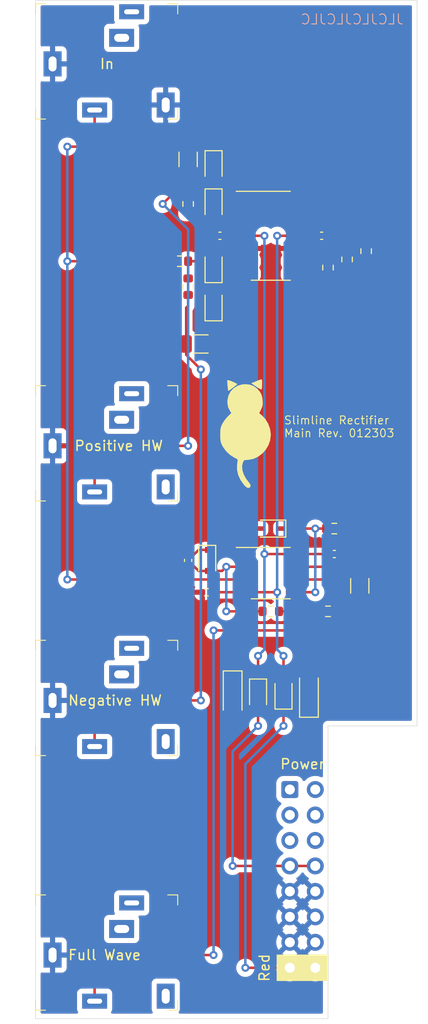
<source format=kicad_pcb>
(kicad_pcb (version 20211014) (generator pcbnew)
  (layers (0 "F.Cu" signal) (31 "B.Cu" signal) (34 "B.Paste" user) (35 "F.Paste" user) (36 "B.SilkS" user "B.Silkscreen") (37 "F.SilkS" user "F.Silkscreen") (38 "B.Mask" user) (39 "F.Mask" user) (44 "Edge.Cuts" user))
  (net 0 "")
  (net 1 "+12V")
  (net 2 "GND")
  (net 3 "-12V")
  (net 4 "Net-(C1-Pad1)")
  (net 5 "Net-(C1-Pad2)")
  (net 6 "Net-(D2-Pad1)")
  (net 7 "Net-(D3-Pad1)")
  (net 8 "Net-(D3-Pad2)")
  (net 9 "Net-(D4-Pad1)")
  (net 10 "Net-(D5-Pad2)")
  (net 11 "Net-(D6-Pad1)")
  (net 12 "Net-(J1-PadT)")
  (net 13 "Net-(J2-PadT)")
  (net 14 "Net-(J3-PadT)")
  (net 15 "Net-(J4-PadT)")
  (net 16 "Net-(D5-Pad1)")
  (net 17 "Net-(D7-Pad2)")
  (net 18 "Net-(D8-Pad1)")
  (net 19 "Net-(R1-Pad2)")
  (net 20 "Net-(R3-Pad1)")
  (net 21 "Net-(R10-Pad2)")
  (net 22 "Net-(R9-Pad2)")
  (footprint "Capacitor_SMD:C_0402_1005Metric" (layer "F.Cu") (at 28.575 23.495)
    (fp_text reference "C7" hide)
    (fp_text value "100n" hide)
    (fp_line (start -0.107836 0.36) (end 0.107836 0.36) (layer "F.SilkS") (width 0.12))
    (fp_line (start -0.107836 -0.36) (end 0.107836 -0.36) (layer "F.SilkS") (width 0.12))
    (pad "1" smd roundrect (at -0.48 0) (size 0.56 0.62) (layers "F.Cu" "F.Paste" "F.Mask") (net 3 "-12V"))
    (pad "2" smd roundrect (at 0.48 0) (size 0.56 0.62) (layers "F.Cu" "F.Paste" "F.Mask") (net 2 "GND"))
  )
  (footprint "Resistor_SMD:R_0603_1608Metric" (layer "F.Cu") (at 29.845 52.705 180)
    (fp_text reference "R4" hide)
    (fp_text value "100k" hide)
    (fp_line (start -0.237258 0.5225) (end 0.237258 0.5225) (layer "F.SilkS") (width 0.12))
    (fp_line (start -0.237258 -0.5225) (end 0.237258 -0.5225) (layer "F.SilkS") (width 0.12))
    (pad "1" smd roundrect (at -0.825 0 180) (size 0.8 0.95) (layers "F.Cu" "F.Paste" "F.Mask") (net 2 "GND"))
    (pad "2" smd roundrect (at 0.825 0 180) (size 0.8 0.95) (layers "F.Cu" "F.Paste" "F.Mask") (net 6 "Net-(D2-Pad1)"))
  )
  (footprint "Diode_SMD:D_SOD-323" (layer "F.Cu") (at 24.765 69.215 90)
    (fp_text reference "D8" hide)
    (fp_text value "1N5819WS" hide)
    (fp_line (start -1.5 -0.85) (end -1.5 0.85) (layer "F.SilkS") (width 0.12))
    (fp_line (start -1.5 -0.85) (end 1.05 -0.85) (layer "F.SilkS") (width 0.12))
    (fp_line (start -1.5 0.85) (end 1.05 0.85) (layer "F.SilkS") (width 0.12))
    (pad "1" smd rect (at -1.05 0 90) (size 0.6 0.45) (layers "F.Cu" "F.Paste" "F.Mask") (net 18 "Net-(D8-Pad1)"))
    (pad "2" smd rect (at 1.05 0 90) (size 0.6 0.45) (layers "F.Cu" "F.Paste" "F.Mask") (net 3 "-12V"))
  )
  (footprint "Resistor_SMD:R_1206_3216Metric" (layer "F.Cu") (at 16.51 34.29 180)
    (fp_text reference "R7" hide)
    (fp_text value "1k" hide)
    (fp_line (start -0.727064 0.91) (end 0.727064 0.91) (layer "F.SilkS") (width 0.12))
    (fp_line (start -0.727064 -0.91) (end 0.727064 -0.91) (layer "F.SilkS") (width 0.12))
    (pad "1" smd roundrect (at -1.4625 0 180) (size 1.125 1.75) (layers "F.Cu" "F.Paste" "F.Mask") (roundrect_rratio 0.2222222222) (net 9 "Net-(D4-Pad1)"))
    (pad "2" smd roundrect (at 1.4625 0 180) (size 1.125 1.75) (layers "F.Cu" "F.Paste" "F.Mask") (roundrect_rratio 0.2222222222) (net 13 "Net-(J2-PadT)"))
  )
  (footprint "Resistor_SMD:R_1206_3216Metric" (layer "F.Cu") (at 32.385 58.42 -90)
    (fp_text reference "R3" hide)
    (fp_text value "1k" hide)
    (fp_line (start -0.727064 0.91) (end 0.727064 0.91) (layer "F.SilkS") (width 0.12))
    (fp_line (start -0.727064 -0.91) (end 0.727064 -0.91) (layer "F.SilkS") (width 0.12))
    (pad "1" smd roundrect (at -1.4625 0 270) (size 1.125 1.75) (layers "F.Cu" "F.Paste" "F.Mask") (roundrect_rratio 0.2222222222) (net 20 "Net-(R3-Pad1)"))
    (pad "2" smd roundrect (at 1.4625 0 270) (size 1.125 1.75) (layers "F.Cu" "F.Paste" "F.Mask") (roundrect_rratio 0.2222222222) (net 12 "Net-(J1-PadT)"))
  )
  (footprint "Resistor_SMD:R_0603_1608Metric" (layer "F.Cu") (at 31.115 25.8572 90)
    (fp_text reference "R11" hide)
    (fp_text value "100k" hide)
    (fp_line (start -0.237258 0.5225) (end 0.237258 0.5225) (layer "F.SilkS") (width 0.12))
    (fp_line (start -0.237258 -0.5225) (end 0.237258 -0.5225) (layer "F.SilkS") (width 0.12))
    (pad "1" smd roundrect (at -0.825 0 90) (size 0.8 0.95) (layers "F.Cu" "F.Paste" "F.Mask") (net 22 "Net-(R9-Pad2)"))
    (pad "2" smd roundrect (at 0.825 0 90) (size 0.8 0.95) (layers "F.Cu" "F.Paste" "F.Mask") (net 10 "Net-(D5-Pad2)"))
  )
  (footprint "Diode_SMD:D_SOD-323" (layer "F.Cu") (at 23.495 52.705 180)
    (fp_text reference "D2" hide)
    (fp_text value "1N4148WS" hide)
    (fp_line (start -1.5 -0.85) (end 1.05 -0.85) (layer "F.SilkS") (width 0.12))
    (fp_line (start -1.5 0.85) (end 1.05 0.85) (layer "F.SilkS") (width 0.12))
    (fp_line (start -1.5 -0.85) (end -1.5 0.85) (layer "F.SilkS") (width 0.12))
    (pad "1" smd rect (at -1.05 0 180) (size 0.6 0.45) (layers "F.Cu" "F.Paste" "F.Mask") (net 6 "Net-(D2-Pad1)"))
    (pad "2" smd rect (at 1.05 0 180) (size 0.6 0.45) (layers "F.Cu" "F.Paste" "F.Mask") (net 5 "Net-(C1-Pad2)"))
  )
  (footprint "Resistor_SMD:R_0603_1608Metric" (layer "F.Cu") (at 23.495 60.96)
    (fp_text reference "R1" hide)
    (fp_text value "100k" hide)
    (fp_line (start -0.237258 -0.5225) (end 0.237258 -0.5225) (layer "F.SilkS") (width 0.12))
    (fp_line (start -0.237258 0.5225) (end 0.237258 0.5225) (layer "F.SilkS") (width 0.12))
    (pad "1" smd roundrect (at -0.825 0) (size 0.8 0.95) (layers "F.Cu" "F.Paste" "F.Mask") (net 4 "Net-(C1-Pad1)"))
    (pad "2" smd roundrect (at 0.825 0) (size 0.8 0.95) (layers "F.Cu" "F.Paste" "F.Mask") (net 19 "Net-(R1-Pad2)"))
  )
  (footprint "Resistor_SMD:R_0603_1608Metric" (layer "F.Cu") (at 29.21 26.67 -90)
    (fp_text reference "R9" hide)
    (fp_text value "100k" hide)
    (fp_line (start -0.237258 -0.5225) (end 0.237258 -0.5225) (layer "F.SilkS") (width 0.12))
    (fp_line (start -0.237258 0.5225) (end 0.237258 0.5225) (layer "F.SilkS") (width 0.12))
    (pad "1" smd roundrect (at -0.825 0 270) (size 0.8 0.95) (layers "F.Cu" "F.Paste" "F.Mask") (net 21 "Net-(R10-Pad2)"))
    (pad "2" smd roundrect (at 0.825 0 270) (size 0.8 0.95) (layers "F.Cu" "F.Paste" "F.Mask") (net 22 "Net-(R9-Pad2)"))
  )
  (footprint "Capacitor_Tantalum_SMD:CP_EIA-3216-18_Kemet-A" (layer "F.Cu") (at 27.305 69.215 90)
    (fp_text reference "C5" hide)
    (fp_text value "10uF/16V" hide)
    (fp_line (start 1.6 -0.935) (end -2.31 -0.935) (layer "F.SilkS") (width 0.12))
    (fp_line (start -2.31 -0.935) (end -2.31 0.935) (layer "F.SilkS") (width 0.12))
    (fp_line (start -2.31 0.935) (end 1.6 0.935) (layer "F.SilkS") (width 0.12))
    (pad "1" smd roundrect (at -1.35 0 90) (size 1.4 1.35) (layers "F.Cu" "F.Paste" "F.Mask") (roundrect_rratio 0.1851851852) (net 2 "GND"))
    (pad "2" smd roundrect (at 1.35 0 90) (size 1.4 1.35) (layers "F.Cu" "F.Paste" "F.Mask") (roundrect_rratio 0.1851851852) (net 3 "-12V"))
  )
  (footprint "CATs_Eurosynth_Specials:CATs Tiny" (layer "F.Cu") (at 20.955 43.18)
    (fp_text reference "G***" hide)
    (fp_text value "LOGO" hide)
    (fp_poly (pts (xy 0.456975 -4.829467) (xy 0.844529 -4.680439) (xy 1.191874 -4.417732) (xy 1.225458 -4.384822) (xy 1.464055 -4.107912) (xy 1.614725 -3.824626) (xy 1.697509 -3.48841) (xy 1.723932 -3.226841) (xy 1.734654 -2.951323) (xy 1.716742 -2.749366) (xy 1.65967 -2.562077) (xy 1.569921 -2.365136) (xy 1.384587 -1.986327) (xy 1.6542 -1.762371) (xy 2.003462 -1.391333) (xy 2.277837 -0.934957) (xy 2.461494 -0.427833) (xy 2.538602 0.095445) (xy 2.54 0.173282) (xy 2.479094 0.70132) (xy 2.306737 1.199219) (xy 2.038466 1.650702) (xy 1.689822 2.039491) (xy 1.276342 2.34931) (xy 0.813566 2.56388) (xy 0.317032 2.666923) (xy 0.153071 2.673684) (xy -0.034668 2.683029) (xy -0.140304 2.732592) (xy -0.215185 2.854664) (xy -0.245147 2.924124) (xy -0.328912 3.292435) (xy -0.298378 3.702429) (xy -0.158607 4.135591) (xy 0.085336 4.573404) (xy 0.274598 4.824623) (xy 0.44326 5.045034) (xy 0.52047 5.201237) (xy 0.514114 5.318485) (xy 0.454526 5.400842) (xy 0.324072 5.474092) (xy 0.173517 5.440022) (xy -0.011028 5.293) (xy -0.130663 5.163553) (xy -0.480998 4.677667) (xy -0.713949 4.170772) (xy -0.8228 3.658744) (xy -0.830224 3.509211) (xy -0.825258 3.237845) (xy -0.807069 2.990606) (xy -0.782155 2.833508) (xy -0.759598 2.718381) (xy -0.780562 2.638134) (xy -0.86865 2.564707) (xy -1.047465 2.470041) (xy -1.116366 2.436221) (xy -1.549326 2.159047) (xy -1.938428 1.784867) (xy -2.247699 1.350126) (xy -2.315877 1.220895) (xy -2.404608 1.024189) (xy -2.460164 0.848821) (xy -2.490089 0.652432) (xy -2.501923 0.392661) (xy -2.503487 0.167105) (xy -2.499561 -0.156144) (xy -2.482584 -0.388705) (xy -2.444758 -0.573474) (xy -2.378284 -0.753342) (xy -2.309046 -0.902368) (xy -2.143994 -1.180462) (xy -1.923215 -1.472277) (xy -1.755235 -1.655242) (xy -1.395863 -2.007063) (xy -1.52418 -2.189979) (xy -1.717078 -2.579583) (xy -1.793965 -3.026348) (xy -1.787131 -3.273137) (xy -1.682718 -3.746388) (xy -1.46985 -4.15336) (xy -1.162458 -4.481549) (xy -0.774479 -4.718456) (xy -0.319844 -4.851579) (xy 0 -4.876538) (xy 0.456975 -4.829467)) (layer "F.SilkS") (width 0.01) (fill solid))
    (fp_poly (pts (xy 1.658089 -5.308771) (xy 1.673741 -5.187171) (xy 1.671837 -4.983051) (xy 1.671052 -4.877819) (xy 1.6641 -4.588967) (xy 1.641688 -4.418388) (xy 1.601483 -4.351319) (xy 1.5875 -4.349029) (xy 1.496195 -4.386629) (xy 1.327628 -4.482723) (xy 1.113766 -4.618727) (xy 1.049907 -4.661574) (xy 0.595867 -4.969826) (xy 0.983065 -5.130296) (xy 1.287368 -5.258615) (xy 1.486744 -5.336478) (xy 1.603037 -5.355868) (xy 1.658089 -5.308771)) (layer "F.SilkS") (width 0.01) (fill solid))
    (fp_poly (pts (xy -1.562706 -5.239162) (xy -1.330645 -5.154334) (xy -1.283703 -5.135003) (xy -1.058284 -5.033511) (xy -0.893477 -4.945537) (xy -0.817481 -4.886585) (xy -0.815808 -4.877756) (xy -0.873658 -4.81923) (xy -1.007804 -4.70839) (xy -1.186161 -4.56946) (xy -1.376644 -4.426659) (xy -1.547168 -4.304209) (xy -1.66565 -4.22633) (xy -1.698959 -4.211053) (xy -1.717896 -4.272226) (xy -1.742797 -4.433953) (xy -1.768786 -4.663544) (xy -1.772965 -4.707022) (xy -1.792492 -4.956568) (xy -1.800971 -5.155657) (xy -1.79686 -5.265493) (xy -1.795379 -5.271027) (xy -1.726325 -5.280374) (xy -1.562706 -5.239162)) (layer "F.SilkS") (width 0.01) (fill solid))
  )
  (footprint "Diode_SMD:D_SOD-323" (layer "F.Cu") (at 17.78 20.32 -90)
    (fp_text reference "D5" hide)
    (fp_text value "1N4148WS" hide)
    (fp_line (start -1.5 -0.85) (end -1.5 0.85) (layer "F.SilkS") (width 0.12))
    (fp_line (start -1.5 0.85) (end 1.05 0.85) (layer "F.SilkS") (width 0.12))
    (fp_line (start -1.5 -0.85) (end 1.05 -0.85) (layer "F.SilkS") (width 0.12))
    (pad "1" smd rect (at -1.05 0 270) (size 0.6 0.45) (layers "F.Cu" "F.Paste" "F.Mask") (net 16 "Net-(D5-Pad1)"))
    (pad "2" smd rect (at 1.05 0 270) (size 0.6 0.45) (layers "F.Cu" "F.Paste" "F.Mask") (net 10 "Net-(D5-Pad2)"))
  )
  (footprint "Connector_Audio_QingPu:Jack_3.5mm_QingPu_WQP-PJ324M" (layer "F.Cu") (at 0 95.25)
    (fp_text reference "J1" hide)
    (fp_text value "Full Wave" (at 3.175 0) (layer "F.SilkS") (effects (justify left)))
    (fp_line (start 0 -6) (end 0 -5) (layer "F.SilkS") (width 0.1))
    (fp_line (start 0 5.5) (end 0 4.5) (layer "F.SilkS") (width 0.1))
    (fp_line (start 0 5.5) (end 1 5.5) (layer "F.SilkS") (width 0.1))
    (fp_line (start 0 -6) (end 1 -6) (layer "F.SilkS") (width 0.1))
    (fp_line (start 14.2 -6) (end 14.2 -5) (layer "F.SilkS") (width 0.1))
    (fp_line (start 14.2 5.5) (end 13.2 5.5) (layer "F.SilkS") (width 0.1))
    (fp_line (start 14.2 -6) (end 13.2 -6) (layer "F.SilkS") (width 0.1))
    (fp_line (start 14.2 5.5) (end 14.2 4.5) (layer "F.SilkS") (width 0.1))
    (pad "R" thru_hole rect locked (at 9.6 -5.2) (size 2.5 1.5) (drill oval 1.5 0.5) (layers *.Cu *.Mask))
    (pad "RN" thru_hole rect locked (at 8.6 -2.6) (size 2.5 1.8) (drill oval 1.5 0.8) (layers *.Cu *.Mask))
    (pad "S" thru_hole rect locked (at 1.7 0) (size 1.8 2.5) (drill oval 0.8 1.5) (layers *.Cu *.Mask) (net 2 "GND"))
    (pad "T" thru_hole rect locked (at 5.9 4.6) (size 2.5 1.5) (drill oval 1.5 0.5) (layers *.Cu *.Mask) (net 12 "Net-(J1-PadT)"))
    (pad "TN" thru_hole rect locked (at 13 4.1) (size 1.8 2.5) (drill oval 0.8 1.5) (layers *.Cu *.Mask))
  )
  (footprint "CATs_Eurosynth_Specials:Power_2x8_Horizontal" (layer "F.Cu") (at 25.4 78.74)
    (fp_text reference "J5" hide)
    (fp_text value "Power" hide)
    (fp_text user "Red" (at -2.54 17.78 90) (layer "F.SilkS"))
    (fp_text user "Power" (at 1.27 -2.54 180) (layer "F.SilkS"))
    (fp_poly (pts (xy 3.81 19.05) (xy -1.27 19.05) (xy -1.27 16.51) (xy 3.81 16.51)) (layer "F.SilkS") (width 0.1) (fill solid))
    (pad "+5V" thru_hole circle locked (at 0 5.08) (size 1.7 1.7) (drill 1) (layers *.Cu *.Mask))
    (pad "+5V" thru_hole circle locked (at 2.54 5.08) (size 1.7 1.7) (drill 1) (layers *.Cu *.Mask))
    (pad "+12V" thru_hole circle locked (at 2.54 7.62) (size 1.7 1.7) (drill 1) (layers *.Cu *.Mask) (net 17 "Net-(D7-Pad2)"))
    (pad "+12V" thru_hole circle locked (at 0 7.62) (size 1.7 1.7) (drill 1) (layers *.Cu *.Mask) (net 17 "Net-(D7-Pad2)"))
    (pad "-12V" thru_hole circle locked (at 0 17.78) (size 1.7 1.7) (drill 1) (layers *.Cu *.Mask) (net 18 "Net-(D8-Pad1)"))
    (pad "-12V" thru_hole circle locked (at 2.54 17.78) (size 1.7 1.7) (drill 1) (layers *.Cu *.Mask) (net 18 "Net-(D8-Pad1)"))
    (pad "CV" thru_hole circle locked (at 0 2.54) (size 1.7 1.7) (drill 1) (layers *.Cu *.Mask))
    (pad "CV" thru_hole circle locked (at 2.54 2.54) (size 1.7 1.7) (drill 1) (layers *.Cu *.Mask))
    (pad "GND" thru_hole circle locked (at 2.54 10.16) (size 1.7 1.7) (drill 1) (layers *.Cu *.Mask) (net 2 "GND"))
    (pad "GND" thru_hole circle locked (at 0 12.7) (size 1.7 1.7) (drill 1) (layers *.Cu *.Mask) (net 2 "GND"))
    (pad "GND" thru_hole circle locked (at 0 10.16) (size 1.7 1.7) (drill 1) (layers *.Cu *.Mask) (net 2 "GND"))
    (pad "GND" thru_hole circle locked (at 2.54 12.7) (size 1.7 1.7) (drill 1) (layers *.Cu *.Mask) (net 2 "GND"))
    (pad "GND" thru_hole circle locked (at 2.54 15.24) (size 1.7 1.7) (drill 1) (layers *.Cu *.Mask) (net 2 "GND"))
    (pad "GND" thru_hole circle locked (at 0 15.24) (size 1.7 1.7) (drill 1) (layers *.Cu *.Mask) (net 2 "GND"))
    (pad "Gate" thru_hole roundrect locked (at 0 0) (size 1.7 1.7) (drill 1) (layers *.Cu *.Mask) (roundrect_rratio 0.147))
    (pad "Gate" thru_hole circle locked (at 2.54 0) (size 1.7 1.7) (drill 1) (layers *.Cu *.Mask))
  )
  (footprint "Diode_SMD:D_SOD-323" (layer "F.Cu") (at 17.78 16.51 -90)
    (fp_text reference "D6" hide)
    (fp_text value "1N4148WS" hide)
    (fp_line (start -1.5 0.85) (end 1.05 0.85) (layer "F.SilkS") (width 0.12))
    (fp_line (start -1.5 -0.85) (end -1.5 0.85) (layer "F.SilkS") (width 0.12))
    (fp_line (start -1.5 -0.85) (end 1.05 -0.85) (layer "F.SilkS") (width 0.12))
    (pad "1" smd rect (at -1.05 0 270) (size 0.6 0.45) (layers "F.Cu" "F.Paste" "F.Mask") (net 11 "Net-(D6-Pad1)"))
    (pad "2" smd rect (at 1.05 0 270) (size 0.6 0.45) (layers "F.Cu" "F.Paste" "F.Mask") (net 16 "Net-(D5-Pad1)"))
  )
  (footprint "Connector_Audio_QingPu:Jack_3.5mm_QingPu_WQP-PJ324M" (layer "F.Cu") (at 0 6.35)
    (fp_text reference "J3" hide)
    (fp_text value "In" (at 6.35 0) (layer "F.SilkS") (effects (justify left)))
    (fp_line (start 14.2 5.5) (end 13.2 5.5) (layer "F.SilkS") (width 0.1))
    (fp_line (start 0 5.5) (end 1 5.5) (layer "F.SilkS") (width 0.1))
    (fp_line (start 0 -6) (end 1 -6) (layer "F.SilkS") (width 0.1))
    (fp_line (start 14.2 -6) (end 14.2 -5) (layer "F.SilkS") (width 0.1))
    (fp_line (start 14.2 -6) (end 13.2 -6) (layer "F.SilkS") (width 0.1))
    (fp_line (start 14.2 5.5) (end 14.2 4.5) (layer "F.SilkS") (width 0.1))
    (fp_line (start 0 5.5) (end 0 4.5) (layer "F.SilkS") (width 0.1))
    (fp_line (start 0 -6) (end 0 -5) (layer "F.SilkS") (width 0.1))
    (pad "R" thru_hole rect locked (at 9.6 -5.2) (size 2.5 1.5) (drill oval 1.5 0.5) (layers *.Cu *.Mask))
    (pad "RN" thru_hole rect locked (at 8.6 -2.6) (size 2.5 1.8) (drill oval 1.5 0.8) (layers *.Cu *.Mask))
    (pad "S" thru_hole rect locked (at 1.7 0) (size 1.8 2.5) (drill oval 0.8 1.5) (layers *.Cu *.Mask) (net 2 "GND"))
    (pad "T" thru_hole rect locked (at 5.9 4.6) (size 2.5 1.5) (drill oval 1.5 0.5) (layers *.Cu *.Mask) (net 14 "Net-(J3-PadT)"))
    (pad "TN" thru_hole rect locked (at 13 4.1) (size 1.8 2.5) (drill oval 0.8 1.5) (layers *.Cu *.Mask) (net 2 "GND"))
  )
  (footprint "Resistor_SMD:R_0603_1608Metric" (layer "F.Cu") (at 29.21 60.96)
    (fp_text reference "R2" hide)
    (fp_text value "100k" hide)
    (fp_line (start -0.237258 0.5225) (end 0.237258 0.5225) (layer "F.SilkS") (width 0.12))
    (fp_line (start -0.237258 -0.5225) (end 0.237258 -0.5225) (layer "F.SilkS") (width 0.12))
    (pad "1" smd roundrect (at -0.825 0) (size 0.8 0.95) (layers "F.Cu" "F.Paste" "F.Mask") (net 19 "Net-(R1-Pad2)"))
    (pad "2" smd roundrect (at 0.825 0) (size 0.8 0.95) (layers "F.Cu" "F.Paste" "F.Mask") (net 12 "Net-(J1-PadT)"))
  )
  (footprint "Diode_SMD:D_SOD-323" (layer "F.Cu") (at 17.145 55.88 -90)
    (fp_text reference "D1" hide)
    (fp_text value "1N4148WS" hide)
    (fp_line (start -1.5 0.85) (end 1.05 0.85) (layer "F.SilkS") (width 0.12))
    (fp_line (start -1.5 -0.85) (end -1.5 0.85) (layer "F.SilkS") (width 0.12))
    (fp_line (start -1.5 -0.85) (end 1.05 -0.85) (layer "F.SilkS") (width 0.12))
    (pad "1" smd rect (at -1.05 0 270) (size 0.6 0.45) (layers "F.Cu" "F.Paste" "F.Mask") (net 5 "Net-(C1-Pad2)"))
    (pad "2" smd rect (at 1.05 0 270) (size 0.6 0.45) (layers "F.Cu" "F.Paste" "F.Mask") (net 4 "Net-(C1-Pad1)"))
  )
  (footprint "Capacitor_SMD:C_0402_1005Metric" (layer "F.Cu") (at 29.845 55.245)
    (fp_text reference "C3" hide)
    (fp_text value "100n" hide)
    (fp_line (start -0.107836 0.36) (end 0.107836 0.36) (layer "F.SilkS") (width 0.12))
    (fp_line (start -0.107836 -0.36) (end 0.107836 -0.36) (layer "F.SilkS") (width 0.12))
    (pad "1" smd roundrect (at -0.48 0) (size 0.56 0.62) (layers "F.Cu" "F.Paste" "F.Mask") (net 1 "+12V"))
    (pad "2" smd roundrect (at 0.48 0) (size 0.56 0.62) (layers "F.Cu" "F.Paste" "F.Mask") (net 2 "GND"))
  )
  (footprint "Diode_SMD:D_SOD-323" (layer "F.Cu") (at 17.78 30.48 90)
    (fp_text reference "D4" hide)
    (fp_text value "1N4148WS" hide)
    (fp_line (start -1.5 0.85) (end 1.05 0.85) (layer "F.SilkS") (width 0.12))
    (fp_line (start -1.5 -0.85) (end -1.5 0.85) (layer "F.SilkS") (width 0.12))
    (fp_line (start -1.5 -0.85) (end 1.05 -0.85) (layer "F.SilkS") (width 0.12))
    (pad "1" smd rect (at -1.05 0 90) (size 0.6 0.45) (layers "F.Cu" "F.Paste" "F.Mask") (net 9 "Net-(D4-Pad1)"))
    (pad "2" smd rect (at 1.05 0 90) (size 0.6 0.45) (layers "F.Cu" "F.Paste" "F.Mask") (net 7 "Net-(D3-Pad1)"))
  )
  (footprint "Resistor_SMD:R_0603_1608Metric" (layer "F.Cu") (at 33.02 25.0322 -90)
    (fp_text reference "R10" hide)
    (fp_text value "100k" hide)
    (fp_line (start -0.237258 -0.5225) (end 0.237258 -0.5225) (layer "F.SilkS") (width 0.12))
    (fp_line (start -0.237258 0.5225) (end 0.237258 0.5225) (layer "F.SilkS") (width 0.12))
    (pad "1" smd roundrect (at -0.825 0 270) (size 0.8 0.95) (layers "F.Cu" "F.Paste" "F.Mask") (net 14 "Net-(J3-PadT)"))
    (pad "2" smd roundrect (at 0.825 0 270) (size 0.8 0.95) (layers "F.Cu" "F.Paste" "F.Mask") (net 21 "Net-(R10-Pad2)"))
  )
  (footprint "Diode_SMD:D_SOD-323" (layer "F.Cu") (at 17.78 26.67 90)
    (fp_text reference "D3" hide)
    (fp_text value "1N4148WS" hide)
    (fp_line (start -1.5 0.85) (end 1.05 0.85) (layer "F.SilkS") (width 0.12))
    (fp_line (start -1.5 -0.85) (end 1.05 -0.85) (layer "F.SilkS") (width 0.12))
    (fp_line (start -1.5 -0.85) (end -1.5 0.85) (layer "F.SilkS") (width 0.12))
    (pad "1" smd rect (at -1.05 0 90) (size 0.6 0.45) (layers "F.Cu" "F.Paste" "F.Mask") (net 7 "Net-(D3-Pad1)"))
    (pad "2" smd rect (at 1.05 0 90) (size 0.6 0.45) (layers "F.Cu" "F.Paste" "F.Mask") (net 8 "Net-(D3-Pad2)"))
  )
  (footprint "Resistor_SMD:R_0603_1608Metric" (layer "F.Cu") (at 15.24 20.32 90)
    (fp_text reference "R8" hide)
    (fp_text value "100k" hide)
    (fp_line (start -0.237258 0.5225) (end 0.237258 0.5225) (layer "F.SilkS") (width 0.12))
    (fp_line (start -0.237258 -0.5225) (end 0.237258 -0.5225) (layer "F.SilkS") (width 0.12))
    (pad "1" smd roundrect (at -0.825 0 90) (size 0.8 0.95) (layers "F.Cu" "F.Paste" "F.Mask") (net 10 "Net-(D5-Pad2)"))
    (pad "2" smd roundrect (at 0.825 0 90) (size 0.8 0.95) (layers "F.Cu" "F.Paste" "F.Mask") (net 15 "Net-(J4-PadT)"))
  )
  (footprint "Resistor_SMD:R_0603_1608Metric" (layer "F.Cu") (at 15.24 28.575 -90)
    (fp_text reference "R5" hide)
    (fp_text value "100k" hide)
    (fp_line (start -0.237258 0.5225) (end 0.237258 0.5225) (layer "F.SilkS") (width 0.12))
    (fp_line (start -0.237258 -0.5225) (end 0.237258 -0.5225) (layer "F.SilkS") (width 0.12))
    (pad "1" smd roundrect (at -0.825 0 270) (size 0.8 0.95) (layers "F.Cu" "F.Paste" "F.Mask") (net 8 "Net-(D3-Pad2)"))
    (pad "2" smd roundrect (at 0.825 0 270) (size 0.8 0.95) (layers "F.Cu" "F.Paste" "F.Mask") (net 13 "Net-(J2-PadT)"))
  )
  (footprint "Connector_Audio_QingPu:Jack_3.5mm_QingPu_WQP-PJ324M" (layer "F.Cu") (at 0 69.85)
    (fp_text reference "J2" hide)
    (fp_text value "Negative HW" (at 3.175 0) (layer "F.SilkS") (effects (justify left)))
    (fp_line (start 0 5.5) (end 1 5.5) (layer "F.SilkS") (width 0.1))
    (fp_line (start 14.2 -6) (end 14.2 -5) (layer "F.SilkS") (width 0.1))
    (fp_line (start 0 -6) (end 0 -5) (layer "F.SilkS") (width 0.1))
    (fp_line (start 14.2 -6) (end 13.2 -6) (layer "F.SilkS") (width 0.1))
    (fp_line (start 14.2 5.5) (end 14.2 4.5) (layer "F.SilkS") (width 0.1))
    (fp_line (start 0 5.5) (end 0 4.5) (layer "F.SilkS") (width 0.1))
    (fp_line (start 14.2 5.5) (end 13.2 5.5) (layer "F.SilkS") (width 0.1))
    (fp_line (start 0 -6) (end 1 -6) (layer "F.SilkS") (width 0.1))
    (pad "R" thru_hole rect locked (at 9.6 -5.2) (size 2.5 1.5) (drill oval 1.5 0.5) (layers *.Cu *.Mask))
    (pad "RN" thru_hole rect locked (at 8.6 -2.6) (size 2.5 1.8) (drill oval 1.5 0.8) (layers *.Cu *.Mask))
    (pad "S" thru_hole rect locked (at 1.7 0) (size 1.8 2.5) (drill oval 0.8 1.5) (layers *.Cu *.Mask) (net 2 "GND"))
    (pad "T" thru_hole rect locked (at 5.9 4.6) (size 2.5 1.5) (drill oval 1.5 0.5) (layers *.Cu *.Mask) (net 13 "Net-(J2-PadT)"))
    (pad "TN" thru_hole rect locked (at 13 4.1) (size 1.8 2.5) (drill oval 0.8 1.5) (layers *.Cu *.Mask))
  )
  (footprint "Capacitor_SMD:C_0402_1005Metric" (layer "F.Cu") (at 17.145 59.055)
    (fp_text reference "C6" hide)
    (fp_text value "100n" hide)
    (fp_line (start -0.107836 0.36) (end 0.107836 0.36) (layer "F.SilkS") (width 0.12))
    (fp_line (start -0.107836 -0.36) (end 0.107836 -0.36) (layer "F.SilkS") (width 0.12))
    (pad "1" smd roundrect (at -0.48 0) (size 0.56 0.62) (layers "F.Cu" "F.Paste" "F.Mask") (net 2 "GND"))
    (pad "2" smd roundrect (at 0.48 0) (size 0.56 0.62) (layers "F.Cu" "F.Paste" "F.Mask") (net 3 "-12V"))
  )
  (footprint "Resistor_SMD:R_1206_3216Metric" (layer "F.Cu") (at 15.24 15.875 -90)
    (fp_text reference "R12" hide)
    (fp_text value "1k" hide)
    (fp_line (start -0.727064 -0.91) (end 0.727064 -0.91) (layer "F.SilkS") (width 0.12))
    (fp_line (start -0.727064 0.91) (end 0.727064 0.91) (layer "F.SilkS") (width 0.12))
    (pad "1" smd roundrect (at -1.4625 0 270) (size 1.125 1.75) (layers "F.Cu" "F.Paste" "F.Mask") (roundrect_rratio 0.2222222222) (net 11 "Net-(D6-Pad1)"))
    (pad "2" smd roundrect (at 1.4625 0 270) (size 1.125 1.75) (layers "F.Cu" "F.Paste" "F.Mask") (roundrect_rratio 0.2222222222) (net 15 "Net-(J4-PadT)"))
  )
  (footprint "Capacitor_Tantalum_SMD:CP_EIA-3216-18_Kemet-A" (layer "F.Cu") (at 19.685 69.215 -90)
    (fp_text reference "C2" hide)
    (fp_text value "10uF/16V" hide)
    (fp_line (start 1.6 -0.935) (end -2.31 -0.935) (layer "F.SilkS") (width 0.12))
    (fp_line (start -2.31 -0.935) (end -2.31 0.935) (layer "F.SilkS") (width 0.12))
    (fp_line (start -2.31 0.935) (end 1.6 0.935) (layer "F.SilkS") (width 0.12))
    (pad "1" smd roundrect (at -1.35 0 270) (size 1.4 1.35) (layers "F.Cu" "F.Paste" "F.Mask") (roundrect_rratio 0.1851851852) (net 1 "+12V"))
    (pad "2" smd roundrect (at 1.35 0 270) (size 1.4 1.35) (layers "F.Cu" "F.Paste" "F.Mask") (roundrect_rratio 0.1851851852) (net 2 "GND"))
  )
  (footprint "Capacitor_SMD:C_0402_1005Metric" (layer "F.Cu") (at 18.415 23.495)
    (fp_text reference "C4" hide)
    (fp_text value "100n" hide)
    (fp_line (start -0.107836 -0.36) (end 0.107836 -0.36) (layer "F.SilkS") (width 0.12))
    (fp_line (start -0.107836 0.36) (end 0.107836 0.36) (layer "F.SilkS") (width 0.12))
    (pad "1" smd roundrect (at -0.48 0) (size 0.56 0.62) (layers "F.Cu" "F.Paste" "F.Mask") (net 2 "GND"))
    (pad "2" smd roundrect (at 0.48 0) (size 0.56 0.62) (layers "F.Cu" "F.Paste" "F.Mask") (net 1 "+12V"))
  )
  (footprint "Resistor_SMD:R_0603_1608Metric" (layer "F.Cu") (at 14.415 26.035)
    (fp_text reference "R6" hide)
    (fp_text value "100k" hide)
    (fp_line (start -0.237258 0.5225) (end 0.237258 0.5225) (layer "F.SilkS") (width 0.12))
    (fp_line (start -0.237258 -0.5225) (end 0.237258 -0.5225) (layer "F.SilkS") (width 0.12))
    (pad "1" smd roundrect (at -0.825 0) (size 0.8 0.95) (layers "F.Cu" "F.Paste" "F.Mask") (net 14 "Net-(J3-PadT)"))
    (pad "2" smd roundrect (at 0.825 0) (size 0.8 0.95) (layers "F.Cu" "F.Paste" "F.Mask") (net 8 "Net-(D3-Pad2)"))
  )
  (footprint "Package_SO:SOIC-14_3.9x8.7mm_P1.27mm" (layer "F.Cu") (at 23.495 23.495)
    (fp_text reference "U2" hide)
    (fp_text value "TL084CDT" hide)
    (fp_line (start 0 -4.435) (end 1.95 -4.435) (layer "F.SilkS") (width 0.12))
    (fp_line (start 0 -4.435) (end -3.45 -4.435) (layer "F.SilkS") (width 0.12))
    (fp_line (start 0 4.435) (end -1.95 4.435) (layer "F.SilkS") (width 0.12))
    (fp_line (start 0 4.435) (end 1.95 4.435) (layer "F.SilkS") (width 0.12))
    (pad "1" smd roundrect (at -2.475 -3.81) (size 1.95 0.6) (layers "F.Cu" "F.Paste" "F.Mask") (net 16 "Net-(D5-Pad1)"))
    (pad "2" smd roundrect (at -2.475 -2.54) (size 1.95 0.6) (layers "F.Cu" "F.Paste" "F.Mask") (net 10 "Net-(D5-Pad2)"))
    (pad "3" smd roundrect (at -2.475 -1.27) (size 1.95 0.6) (layers "F.Cu" "F.Paste" "F.Mask") (net 2 "GND"))
    (pad "4" smd roundrect (at -2.475 0) (size 1.95 0.6) (layers "F.Cu" "F.Paste" "F.Mask") (net 1 "+12V"))
    (pad "5" smd roundrect (at -2.475 1.27) (size 1.95 0.6) (layers "F.Cu" "F.Paste" "F.Mask") (net 2 "GND"))
    (pad "6" smd roundrect (at -2.475 2.54) (size 1.95 0.6) (layers "F.Cu" "F.Paste" "F.Mask") (net 8 "Net-(D3-Pad2)"))
    (pad "7" smd roundrect (at -2.475 3.81) (size 1.95 0.6) (layers "F.Cu" "F.Paste" "F.Mask") (net 7 "Net-(D3-Pad1)"))
    (pad "8" smd roundrect (at 2.475 3.81) (size 1.95 0.6) (layers "F.Cu" "F.Paste" "F.Mask") (net 22 "Net-(R9-Pad2)"))
    (pad "9" smd roundrect (at 2.475 2.54) (size 1.95 0.6) (layers "F.Cu" "F.Paste" "F.Mask") (net 21 "Net-(R10-Pad2)"))
    (pad "10" smd roundrect (at 2.475 1.27) (size 1.95 0.6) (layers "F.Cu" "F.Paste" "F.Mask") (net 2 "GND"))
    (pad "11" smd roundrect (at 2.475 0) (size 1.95 0.6) (layers "F.Cu" "F.Paste" "F.Mask") (net 3 "-12V"))
    (pad "12" smd roundrect (at 2.475 -1.27) (size 1.95 0.6) (layers "F.Cu" "F.Paste" "F.Mask"))
    (pad "13" smd roundrect (at 2.475 -2.54) (size 1.95 0.6) (layers "F.Cu" "F.Paste" "F.Mask"))
    (pad "14" smd roundrect (at 2.475 -3.81) (size 1.95 0.6) (layers "F.Cu" "F.Paste" "F.Mask"))
  )
  (footprint "Capacitor_SMD:C_0402_1005Metric" (layer "F.Cu") (at 15.24 55.88 90)
    (fp_text reference "C1" hide)
    (fp_text value "22p" hide)
    (fp_line (start -0.107836 -0.36) (end 0.107836 -0.36) (layer "F.SilkS") (width 0.12))
    (fp_line (start -0.107836 0.36) (end 0.107836 0.36) (layer "F.SilkS") (width 0.12))
    (pad "1" smd roundrect (at -0.48 0 90) (size 0.56 0.62) (layers "F.Cu" "F.Paste" "F.Mask") (net 4 "Net-(C1-Pad1)"))
    (pad "2" smd roundrect (at 0.48 0 90) (size 0.56 0.62) (layers "F.Cu" "F.Paste" "F.Mask") (net 5 "Net-(C1-Pad2)"))
  )
  (footprint "Connector_Audio_QingPu:Jack_3.5mm_QingPu_WQP-PJ324M" (layer "F.Cu") (at 0 44.45)
    (fp_text reference "J4" hide)
    (fp_text value "Positive HW" (at 3.81 0) (layer "F.SilkS") (effects (justify left)))
    (fp_line (start 0 -6) (end 0 -5) (layer "F.SilkS") (width 0.1))
    (fp_line (start 14.2 5.5) (end 14.2 4.5) (layer "F.SilkS") (width 0.1))
    (fp_line (start 14.2 5.5) (end 13.2 5.5) (layer "F.SilkS") (width 0.1))
    (fp_line (start 0 5.5) (end 0 4.5) (layer "F.SilkS") (width 0.1))
    (fp_line (start 0 -6) (end 1 -6) (layer "F.SilkS") (width 0.1))
    (fp_line (start 0 5.5) (end 1 5.5) (layer "F.SilkS") (width 0.1))
    (fp_line (start 14.2 -6) (end 14.2 -5) (layer "F.SilkS") (width 0.1))
    (fp_line (start 14.2 -6) (end 13.2 -6) (layer "F.SilkS") (width 0.1))
    (pad "R" thru_hole rect locked (at 9.6 -5.2) (size 2.5 1.5) (drill oval 1.5 0.5) (layers *.Cu *.Mask))
    (pad "RN" thru_hole rect locked (at 8.6 -2.6) (size 2.5 1.8) (drill oval 1.5 0.8) (layers *.Cu *.Mask))
    (pad "S" thru_hole rect locked (at 1.7 0) (size 1.8 2.5) (drill oval 0.8 1.5) (layers *.Cu *.Mask) (net 2 "GND"))
    (pad "T" thru_hole rect locked (at 5.9 4.6) (size 2.5 1.5) (drill oval 1.5 0.5) (layers *.Cu *.Mask) (net 15 "Net-(J4-PadT)"))
    (pad "TN" thru_hole rect locked (at 13 4.1) (size 1.8 2.5) (drill oval 0.8 1.5) (layers *.Cu *.Mask))
  )
  (footprint "Package_SO:SOIC-8_3.9x4.9mm_P1.27mm" (layer "F.Cu") (at 23.495 57.15)
    (fp_text reference "U1" hide)
    (fp_text value "TL082CDT" hide)
    (fp_line (start 0 2.56) (end -1.95 2.56) (layer "F.SilkS") (width 0.12))
    (fp_line (start 0 -2.56) (end 1.95 -2.56) (layer "F.SilkS") (width 0.12))
    (fp_line (start 0 2.56) (end 1.95 2.56) (layer "F.SilkS") (width 0.12))
    (fp_line (start 0 -2.56) (end -3.45 -2.56) (layer "F.SilkS") (width 0.12))
    (pad "1" smd roundrect (at -2.475 -1.905) (size 1.95 0.6) (layers "F.Cu" "F.Paste" "F.Mask") (net 5 "Net-(C1-Pad2)"))
    (pad "2" smd roundrect (at -2.475 -0.635) (size 1.95 0.6) (layers "F.Cu" "F.Paste" "F.Mask") (net 4 "Net-(C1-Pad1)"))
    (pad "3" smd roundrect (at -2.475 0.635) (size 1.95 0.6) (layers "F.Cu" "F.Paste" "F.Mask") (net 14 "Net-(J3-PadT)"))
    (pad "4" smd roundrect (at -2.475 1.905) (size 1.95 0.6) (layers "F.Cu" "F.Paste" "F.Mask") (net 3 "-12V"))
    (pad "5" smd roundrect (at 2.475 1.905) (size 1.95 0.6) (layers "F.Cu" "F.Paste" "F.Mask") (net 6 "Net-(D2-Pad1)"))
    (pad "6" smd roundrect (at 2.475 0.635) (size 1.95 0.6) (layers "F.Cu" "F.Paste" "F.Mask") (net 19 "Net-(R1-Pad2)"))
    (pad "7" smd roundrect (at 2.475 -0.635) (size 1.95 0.6) (layers "F.Cu" "F.Paste" "F.Mask") (net 20 "Net-(R3-Pad1)"))
    (pad "8" smd roundrect (at 2.475 -1.905) (size 1.95 0.6) (layers "F.Cu" "F.Paste" "F.Mask") (net 1 "+12V"))
  )
  (footprint "Diode_SMD:D_SOD-323" (layer "F.Cu") (at 22.225 69.215 -90)
    (fp_text reference "D7" hide)
    (fp_text value "1N5819WS" hide)
    (fp_line (start -1.5 -0.85) (end -1.5 0.85) (layer "F.SilkS") (width 0.12))
    (fp_line (start -1.5 0.85) (end 1.05 0.85) (layer "F.SilkS") (width 0.12))
    (fp_line (start -1.5 -0.85) (end 1.05 -0.85) (layer "F.SilkS") (width 0.12))
    (pad "1" smd rect (at -1.05 0 270) (size 0.6 0.45) (layers "F.Cu" "F.Paste" "F.Mask") (net 1 "+12V"))
    (pad "2" smd rect (at 1.05 0 270) (size 0.6 0.45) (layers "F.Cu" "F.Paste" "F.Mask") (net 17 "Net-(D7-Pad2)"))
  )
  (gr_line (start 29.21 72.39) (end 38.1 72.39) (layer "Edge.Cuts") (width 0.05))
  (gr_line (start 0 0) (end 0 101.6) (layer "Edge.Cuts") (width 0.05))
  (gr_line (start 0 101.6) (end 29.21 101.6) (layer "Edge.Cuts") (width 0.05))
  (gr_line (start 0 0) (end 38.1 0) (layer "Edge.Cuts") (width 0.05))
  (gr_line (start 29.21 101.6) (end 29.21 72.39) (layer "Edge.Cuts") (width 0.05))
  (gr_line (start 38.1 0) (end 38.1 72.39) (layer "Edge.Cuts") (width 0.05))
  (gr_text "JLCJLCJLCJLC" (at 36.83 1.905) (layer "B.SilkS") (effects (font (size 1 1) (thickness 0.1)) (justify left mirror)))
  (gr_text "Slimline Rectifier\nMain Rev. 012303" (at 24.765 42.545) (layer "F.SilkS") (effects (font (size 0.8 0.8) (thickness 0.1)) (justify left)))
  (segment (start 21.175 68.165) (end 22.225 68.165) (width 0.25) (layer "F.Cu") (net 1))
  (segment (start 20.875 67.865) (end 21.175 68.165) (width 0.25) (layer "F.Cu") (net 1))
  (segment (start 22.225 65.405) (end 22.225 68.165) (width 0.25) (layer "F.Cu") (net 1))
  (segment (start 22.86 55.245) (end 25.97 55.245) (width 0.25) (layer "F.Cu") (net 1))
  (segment (start 19.685 67.865) (end 20.875 67.865) (width 0.25) (layer "F.Cu") (net 1))
  (segment (start 18.895 23.495) (end 21.02 23.495) (width 0.25) (layer "F.Cu") (net 1))
  (segment (start 22.86 23.495) (end 21.02 23.495) (width 0.25) (layer "F.Cu") (net 1))
  (segment (start 25.97 55.245) (end 29.365 55.245) (width 0.25) (layer "F.Cu") (net 1))
  (via (at 22.86 23.495) (size 0.8) (drill 0.4) (layers "F.Cu" "B.Cu") (net 1))
  (via (at 22.225 65.405) (size 0.8) (drill 0.4) (layers "F.Cu" "B.Cu") (net 1))
  (via (at 22.86 55.245) (size 0.8) (drill 0.4) (layers "F.Cu" "B.Cu") (net 1))
  (segment (start 22.86 55.245) (end 22.86 23.495) (width 0.25) (layer "B.Cu") (net 1))
  (segment (start 22.86 55.245) (end 22.86 64.77) (width 0.25) (layer "B.Cu") (net 1))
  (segment (start 22.86 64.77) (end 22.225 65.405) (width 0.25) (layer "B.Cu") (net 1))
  (segment (start 25.815 68.165) (end 24.765 68.165) (width 0.25) (layer "F.Cu") (net 3))
  (segment (start 24.13 23.495) (end 25.97 23.495) (width 0.25) (layer "F.Cu") (net 3))
  (segment (start 24.765 65.405) (end 24.765 68.165) (width 0.25) (layer "F.Cu") (net 3))
  (segment (start 21.02 59.055) (end 24.13 59.055) (width 0.25) (layer "F.Cu") (net 3))
  (segment (start 25.97 23.495) (end 28.095 23.495) (width 0.25) (layer "F.Cu") (net 3))
  (segment (start 27.305 67.865) (end 26.115 67.865) (width 0.25) (layer "F.Cu") (net 3))
  (segment (start 26.115 67.865) (end 25.815 68.165) (width 0.25) (layer "F.Cu") (net 3))
  (segment (start 17.625 59.055) (end 21.02 59.055) (width 0.25) (layer "F.Cu") (net 3))
  (via (at 24.13 59.055) (size 0.8) (drill 0.4) (layers "F.Cu" "B.Cu") (net 3))
  (via (at 24.765 65.405) (size 0.8) (drill 0.4) (layers "F.Cu" "B.Cu") (net 3))
  (via (at 24.13 23.495) (size 0.8) (drill 0.4) (layers "F.Cu" "B.Cu") (net 3))
  (segment (start 24.13 59.055) (end 24.13 64.77) (width 0.25) (layer "B.Cu") (net 3))
  (segment (start 24.13 59.055) (end 24.13 23.495) (width 0.25) (layer "B.Cu") (net 3))
  (segment (start 24.13 64.77) (end 24.765 65.405) (width 0.25) (layer "B.Cu") (net 3))
  (segment (start 18.635 56.93) (end 19.05 56.515) (width 0.25) (layer "F.Cu") (net 4))
  (segment (start 21.02 56.515) (end 19.05 56.515) (width 0.25) (layer "F.Cu") (net 4))
  (segment (start 17.145 56.93) (end 16.29 56.93) (width 0.25) (layer "F.Cu") (net 4))
  (segment (start 15.72 56.36) (end 15.24 56.36) (width 0.25) (layer "F.Cu") (net 4))
  (segment (start 16.29 56.93) (end 15.72 56.36) (width 0.25) (layer "F.Cu") (net 4))
  (segment (start 17.145 56.93) (end 18.635 56.93) (width 0.25) (layer "F.Cu") (net 4))
  (segment (start 19.05 60.96) (end 22.67 60.96) (width 0.25) (layer "F.Cu") (net 4))
  (via (at 19.05 60.96) (size 0.8) (drill 0.4) (layers "F.Cu" "B.Cu") (net 4))
  (via (at 19.05 56.515) (size 0.8) (drill 0.4) (layers "F.Cu" "B.Cu") (net 4))
  (segment (start 19.05 56.515) (end 19.05 60.96) (width 0.25) (layer "B.Cu") (net 4))
  (segment (start 16.29 54.83) (end 15.72 55.4) (width 0.25) (layer "F.Cu") (net 5))
  (segment (start 21.02 53.275) (end 21.59 52.705) (width 0.25) (layer "F.Cu") (net 5))
  (segment (start 17.145 54.83) (end 16.29 54.83) (width 0.25) (layer "F.Cu") (net 5))
  (segment (start 19.05 55.245) (end 21.02 55.245) (width 0.25) (layer "F.Cu") (net 5))
  (segment (start 21.02 55.245) (end 21.02 53.275) (width 0.25) (layer "F.Cu") (net 5))
  (segment (start 15.72 55.4) (end 15.24 55.4) (width 0.25) (layer "F.Cu") (net 5))
  (segment (start 17.145 54.83) (end 18.635 54.83) (width 0.25) (layer "F.Cu") (net 5))
  (segment (start 21.59 52.705) (end 22.445 52.705) (width 0.25) (layer "F.Cu") (net 5))
  (segment (start 18.635 54.83) (end 19.05 55.245) (width 0.25) (layer "F.Cu") (net 5))
  (segment (start 24.545 52.705) (end 27.94 52.705) (width 0.25) (layer "F.Cu") (net 6))
  (segment (start 27.94 52.705) (end 29.02 52.705) (width 0.25) (layer "F.Cu") (net 6))
  (segment (start 25.97 59.055) (end 27.94 59.055) (width 0.25) (layer "F.Cu") (net 6))
  (via (at 27.94 52.705) (size 0.8) (drill 0.4) (layers "F.Cu" "B.Cu") (net 6))
  (via (at 27.94 59.055) (size 0.8) (drill 0.4) (layers "F.Cu" "B.Cu") (net 6))
  (segment (start 27.94 52.705) (end 27.94 59.055) (width 0.25) (layer "B.Cu") (net 6))
  (segment (start 17.78 27.72) (end 17.78 29.43) (width 0.25) (layer "F.Cu") (net 7))
  (segment (start 17.78 27.72) (end 19.27 27.72) (width 0.25) (layer "F.Cu") (net 7))
  (segment (start 19.27 27.72) (end 19.685 27.305) (width 0.25) (layer "F.Cu") (net 7))
  (segment (start 19.685 27.305) (end 21.02 27.305) (width 0.25) (layer "F.Cu") (net 7))
  (segment (start 19.27 25.62) (end 19.685 26.035) (width 0.25) (layer "F.Cu") (net 8))
  (segment (start 19.685 26.035) (end 21.02 26.035) (width 0.25) (layer "F.Cu") (net 8))
  (segment (start 15.24 26.035) (end 15.24 27.75) (width 0.25) (layer "F.Cu") (net 8))
  (segment (start 15.875 26.035) (end 16.29 25.62) (width 0.25) (layer "F.Cu") (net 8))
  (segment (start 16.29 25.62) (end 17.78 25.62) (width 0.25) (layer "F.Cu") (net 8))
  (segment (start 17.78 25.62) (end 19.27 25.62) (width 0.25) (layer "F.Cu") (net 8))
  (segment (start 15.24 26.035) (end 15.875 26.035) (width 0.25) (layer "F.Cu") (net 8))
  (segment (start 17.78 32.385) (end 17.78 31.53) (width 0.25) (layer "F.Cu") (net 9))
  (segment (start 17.9725 34.29) (end 17.9725 32.5775) (width 0.25) (layer "F.Cu") (net 9))
  (segment (start 17.9725 32.5775) (end 17.78 32.385) (width 0.25) (layer "F.Cu") (net 9))
  (segment (start 17.78 21.37) (end 16.925 21.37) (width 0.25) (layer "F.Cu") (net 10))
  (segment (start 15.24 21.145) (end 16.7 21.145) (width 0.25) (layer "F.Cu") (net 10))
  (segment (start 22.86 20.955) (end 21.02 20.955) (width 0.25) (layer "F.Cu") (net 10))
  (segment (start 19.27 21.37) (end 19.685 20.955) (width 0.25) (layer "F.Cu") (net 10))
  (segment (start 19.685 20.955) (end 21.02 20.955) (width 0.25) (layer "F.Cu") (net 10))
  (segment (start 23.495 21.59) (end 22.86 20.955) (width 0.25) (layer "F.Cu") (net 10))
  (segment (start 17.78 21.37) (end 19.27 21.37) (width 0.25) (layer "F.Cu") (net 10))
  (segment (start 31.115 22.225) (end 30.48 21.59) (width 0.25) (layer "F.Cu") (net 10))
  (segment (start 16.7 21.145) (end 16.925 21.37) (width 0.25) (layer "F.Cu") (net 10))
  (segment (start 31.115 25.0322) (end 31.115 22.225) (width 0.25) (layer "F.Cu") (net 10))
  (segment (start 30.48 21.59) (end 23.495 21.59) (width 0.25) (layer "F.Cu") (net 10))
  (segment (start 15.24 14.4125) (end 17.5875 14.4125) (width 0.25) (layer "F.Cu") (net 11))
  (segment (start 17.5875 14.4125) (end 17.78 14.605) (width 0.25) (layer "F.Cu") (net 11))
  (segment (start 17.78 14.605) (end 17.78 15.46) (width 0.25) (layer "F.Cu") (net 11))
  (segment (start 32.385 60.325) (end 32.385 59.8825) (width 0.25) (layer "F.Cu") (net 12))
  (segment (start 30.035 62.04) (end 29.21 62.865) (width 0.25) (layer "F.Cu") (net 12))
  (segment (start 5.9 99.85) (end 5.9 96.335) (width 0.25) (layer "F.Cu") (net 12))
  (segment (start 5.9 96.335) (end 6.985 95.25) (width 0.25) (layer "F.Cu") (net 12))
  (segment (start 31.75 60.96) (end 32.385 60.325) (width 0.25) (layer "F.Cu") (net 12))
  (segment (start 30.035 60.96) (end 31.75 60.96) (width 0.25) (layer "F.Cu") (net 12))
  (segment (start 17.78 95.25) (end 6.985 95.25) (width 0.25) (layer "F.Cu") (net 12))
  (segment (start 30.035 60.96) (end 30.035 62.04) (width 0.25) (layer "F.Cu") (net 12))
  (segment (start 29.21 62.865) (end 17.78 62.865) (width 0.25) (layer "F.Cu") (net 12))
  (via (at 17.78 62.865) (size 0.8) (drill 0.4) (layers "F.Cu" "B.Cu") (net 12))
  (via (at 17.78 95.25) (size 0.8) (drill 0.4) (layers "F.Cu" "B.Cu") (net 12))
  (segment (start 17.78 62.865) (end 17.78 95.25) (width 0.25) (layer "B.Cu") (net 12))
  (segment (start 15.0475 30.6725) (end 15.24 30.48) (width 0.25) (layer "F.Cu") (net 13))
  (segment (start 5.9 70.935) (end 6.985 69.85) (width 0.25) (layer "F.Cu") (net 13))
  (segment (start 15.24 30.48) (end 15.24 29.4) (width 0.25) (layer "F.Cu") (net 13))
  (segment (start 15.0475 35.3675) (end 16.51 36.83) (width 0.25) (layer "F.Cu") (net 13))
  (segment (start 15.0475 34.29) (end 15.0475 35.3675) (width 0.25) (layer "F.Cu") (net 13))
  (segment (start 5.9 74.45) (end 5.9 70.935) (width 0.25) (layer "F.Cu") (net 13))
  (segment (start 16.51 69.85) (end 6.985 69.85) (width 0.25) (layer "F.Cu") (net 13))
  (segment (start 15.0475 34.29) (end 15.0475 30.6725) (width 0.25) (layer "F.Cu") (net 13))
  (via (at 16.51 69.85) (size 0.8) (drill 0.4) (layers "F.Cu" "B.Cu") (net 13))
  (via (at 16.51 36.83) (size 0.8) (drill 0.4) (layers "F.Cu" "B.Cu") (net 13))
  (segment (start 16.51 36.83) (end 16.51 69.85) (width 0.25) (layer "B.Cu") (net 13))
  (segment (start 6.35 12.7) (end 32.385 12.7) (width 0.25) (layer "F.Cu") (net 14))
  (segment (start 21.02 57.785) (end 3.175 57.785) (width 0.25) (layer "F.Cu") (net 14))
  (segment (start 5.9 13.785) (end 5.9 12.25) (width 0.25) (layer "F.Cu") (net 14))
  (segment (start 3.175 14.605) (end 5.08 14.605) (width 0.25) (layer "F.Cu") (net 14))
  (segment (start 32.385 12.7) (end 33.02 13.335) (width 0.25) (layer "F.Cu") (net 14))
  (segment (start 5.9 12.25) (end 6.35 12.7) (width 0.25) (layer "F.Cu") (net 14))
  (segment (start 5.08 14.605) (end 5.9 13.785) (width 0.25) (layer "F.Cu") (net 14))
  (segment (start 33.02 24.2072) (end 33.02 13.335) (width 0.25) (layer "F.Cu") (net 14))
  (segment (start 5.9 10.95) (end 5.9 12.25) (width 0.25) (layer "F.Cu") (net 14))
  (segment (start 13.59 26.035) (end 3.175 26.035) (width 0.25) (layer "F.Cu") (net 14))
  (via (at 3.175 26.035) (size 0.8) (drill 0.4) (layers "F.Cu" "B.Cu") (net 14))
  (via (at 3.175 14.605) (size 0.8) (drill 0.4) (layers "F.Cu" "B.Cu") (net 14))
  (via (at 3.175 57.785) (size 0.8) (drill 0.4) (layers "F.Cu" "B.Cu") (net 14))
  (segment (start 3.175 57.785) (end 3.175 14.605) (width 0.25) (layer "B.Cu") (net 14))
  (segment (start 15.24 19.495) (end 13.525 19.495) (width 0.25) (layer "F.Cu") (net 15))
  (segment (start 5.9 45.535) (end 6.985 44.45) (width 0.25) (layer "F.Cu") (net 15))
  (segment (start 6.985 44.45) (end 15.24 44.45) (width 0.25) (layer "F.Cu") (net 15))
  (segment (start 15.24 19.495) (end 15.24 17.3375) (width 0.25) (layer "F.Cu") (net 15))
  (segment (start 5.9 49.05) (end 5.9 45.535) (width 0.25) (layer "F.Cu") (net 15))
  (segment (start 13.525 19.495) (end 12.7 20.32) (width 0.25) (layer "F.Cu") (net 15))
  (via (at 15.24 44.45) (size 0.8) (drill 0.4) (layers "F.Cu" "B.Cu") (net 15))
  (via (at 12.7 20.32) (size 0.8) (drill 0.4) (layers "F.Cu" "B.Cu") (net 15))
  (segment (start 12.7 20.32) (end 15.24 22.86) (width 0.25) (layer "B.Cu") (net 15))
  (segment (start 15.24 22.86) (end 15.24 44.45) (width 0.25) (layer "B.Cu") (net 15))
  (segment (start 17.78 19.27) (end 19.27 19.27) (width 0.25) (layer "F.Cu") (net 16))
  (segment (start 19.27 19.27) (end 19.685 19.685) (width 0.25) (layer "F.Cu") (net 16))
  (segment (start 17.78 17.56) (end 17.78 19.27) (width 0.25) (layer "F.Cu") (net 16))
  (segment (start 19.685 19.685) (end 21.02 19.685) (width 0.25) (layer "F.Cu") (net 16))
  (segment (start 25.4 86.36) (end 19.685 86.36) (width 0.25) (layer "F.Cu") (net 17))
  (segment (start 22.225 70.265) (end 22.225 72.39) (width 0.25) (layer "F.Cu") (net 17))
  (segment (start 27.94 86.36) (end 25.4 86.36) (width 0.25) (layer "F.Cu") (net 17))
  (via (at 19.685 86.36) (size 0.8) (drill 0.4) (layers "F.Cu" "B.Cu") (net 17))
  (via (at 22.225 72.39) (size 0.8) (drill 0.4) (layers "F.Cu" "B.Cu") (net 17))
  (segment (start 19.685 74.93) (end 22.225 72.39) (width 0.25) (layer "B.Cu") (net 17))
  (segment (start 19.685 86.36) (end 19.685 74.93) (width 0.25) (layer "B.Cu") (net 17))
  (segment (start 25.4 96.52) (end 20.955 96.52) (width 0.25) (layer "F.Cu") (net 18))
  (segment (start 27.94 96.52) (end 25.4 96.52) (width 0.25) (layer "F.Cu") (net 18))
  (segment (start 24.765 70.265) (end 24.765 72.39) (width 0.25) (layer "F.Cu") (net 18))
  (via (at 20.955 96.52) (size 0.8) (drill 0.4) (layers "F.Cu" "B.Cu") (net 18))
  (via (at 24.765 72.39) (size 0.8) (drill 0.4) (layers "F.Cu" "B.Cu") (net 18))
  (segment (start 20.955 76.2) (end 24.765 72.39) (width 0.25) (layer "B.Cu") (net 18))
  (segment (start 20.955 96.52) (end 20.955 76.2) (width 0.25) (layer "B.Cu") (net 18))
  (segment (start 28.385 60.96) (end 28.385 60.515) (width 0.25) (layer "F.Cu") (net 19))
  (segment (start 29.21 57.785) (end 25.97 57.785) (width 0.25) (layer "F.Cu") (net 19))
  (segment (start 29.21 59.69) (end 29.21 57.785) (width 0.25) (layer "F.Cu") (net 19))
  (segment (start 28.385 60.515) (end 29.21 59.69) (width 0.25) (layer "F.Cu") (net 19))
  (segment (start 24.32 60.96) (end 28.385 60.96) (width 0.25) (layer "F.Cu") (net 19))
  (segment (start 32.385 56.9575) (end 30.2875 56.9575) (width 0.25) (layer "F.Cu") (net 20))
  (segment (start 30.2875 56.9575) (end 29.845 56.515) (width 0.25) (layer "F.Cu") (net 20))
  (segment (start 25.97 56.515) (end 29.845 56.515) (width 0.25) (layer "F.Cu") (net 20))
  (segment (start 29.21 25.845) (end 33.0078 25.845) (width 0.25) (layer "F.Cu") (net 21))
  (segment (start 27.495 25.845) (end 27.305 26.035) (width 0.25) (layer "F.Cu") (net 21))
  (segment (start 27.305 26.035) (end 25.97 26.035) (width 0.25) (layer "F.Cu") (net 21))
  (segment (start 33.0078 25.845) (end 33.02 25.8572) (width 0.25) (layer "F.Cu") (net 21))
  (segment (start 29.21 25.845) (end 27.495 25.845) (width 0.25) (layer "F.Cu") (net 21))
  (segment (start 27.305 27.305) (end 25.97 27.305) (width 0.25) (layer "F.Cu") (net 22))
  (segment (start 29.21 27.495) (end 27.495 27.495) (width 0.25) (layer "F.Cu") (net 22))
  (segment (start 30.925 27.495) (end 31.115 27.305) (width 0.25) (layer "F.Cu") (net 22))
  (segment (start 29.21 27.495) (end 30.925 27.495) (width 0.25) (layer "F.Cu") (net 22))
  (segment (start 27.495 27.495) (end 27.305 27.305) (width 0.25) (layer "F.Cu") (net 22))
  (segment (start 26.035 27.37) (end 25.97 27.305) (width 0.25) (layer "F.Cu") (net 22))
  (segment (start 31.115 27.305) (end 31.115 26.6822) (width 0.25) (layer "F.Cu") (net 22))
  (zone (net 2) (net_name "GND") (layers F&B.Cu) (connect_pads (clearance 0.508)) (min_thickness 0.254) (fill yes (thermal_gap 0.508) (thermal_bridge_width 0.508))
    (polygon (pts (xy 38.1 72.39) (xy 29.21 72.39) (xy 29.21 101.6) (xy 0 101.6) (xy 0 0) (xy 38.1 0)))
  )
)
</source>
